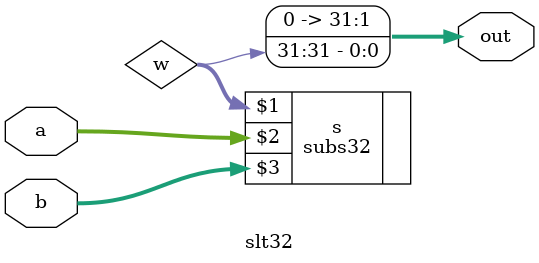
<source format=v>
module slt32(out, a, b);

input [31:0] a, b; 
output [31:0] out;
 
wire [31:0] w;
	
   // substract second input from first input 	
	subs32 s(w, a, b);
	// returns most significant bit of result
	and(out, w[31], 1'b1);
	
endmodule

</source>
